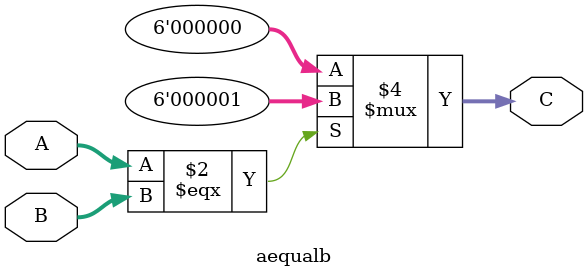
<source format=sv>
module aequalb(
    input logic [5:0] A, B,
    output logic [5:0] C 
);
//Compares A = B
always_comb begin
    if (A === B) begin
        C <= 6'b000001; 
    end else begin
        C <= 6'b000000;
    end
end
endmodule

</source>
